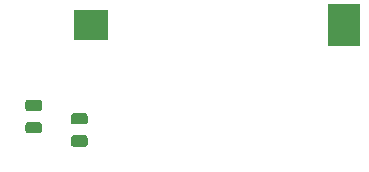
<source format=gbr>
G04 #@! TF.GenerationSoftware,KiCad,Pcbnew,5.99.0-unknown-r17001-43768b71*
G04 #@! TF.CreationDate,2019-11-05T19:13:07+01:00*
G04 #@! TF.ProjectId,ada-watch,6164612d-7761-4746-9368-2e6b69636164,rev?*
G04 #@! TF.SameCoordinates,Original*
G04 #@! TF.FileFunction,Paste,Bot*
G04 #@! TF.FilePolarity,Positive*
%FSLAX46Y46*%
G04 Gerber Fmt 4.6, Leading zero omitted, Abs format (unit mm)*
G04 Created by KiCad (PCBNEW 5.99.0-unknown-r17001-43768b71) date 2019-11-05 19:13:07*
%MOMM*%
%LPD*%
G04 APERTURE LIST*
%ADD10R,3.000000X2.600000*%
%ADD11R,2.800000X3.600000*%
G04 APERTURE END LIST*
D10*
X141001500Y-104140000D03*
D11*
X162401500Y-104140000D03*
G36*
X140567029Y-113483554D02*
G01*
X140646107Y-113536393D01*
X140698946Y-113615471D01*
X140717500Y-113708750D01*
X140717500Y-114196250D01*
X140698946Y-114289529D01*
X140646107Y-114368607D01*
X140567029Y-114421446D01*
X140473750Y-114440000D01*
X139561250Y-114440000D01*
X139467971Y-114421446D01*
X139388893Y-114368607D01*
X139336054Y-114289529D01*
X139317500Y-114196250D01*
X139317500Y-113708750D01*
X139336054Y-113615471D01*
X139388893Y-113536393D01*
X139467971Y-113483554D01*
X139561250Y-113465000D01*
X140473750Y-113465000D01*
X140567029Y-113483554D01*
G37*
G36*
X140567029Y-111608554D02*
G01*
X140646107Y-111661393D01*
X140698946Y-111740471D01*
X140717500Y-111833750D01*
X140717500Y-112321250D01*
X140698946Y-112414529D01*
X140646107Y-112493607D01*
X140567029Y-112546446D01*
X140473750Y-112565000D01*
X139561250Y-112565000D01*
X139467971Y-112546446D01*
X139388893Y-112493607D01*
X139336054Y-112414529D01*
X139317500Y-112321250D01*
X139317500Y-111833750D01*
X139336054Y-111740471D01*
X139388893Y-111661393D01*
X139467971Y-111608554D01*
X139561250Y-111590000D01*
X140473750Y-111590000D01*
X140567029Y-111608554D01*
G37*
G36*
X136693529Y-112355554D02*
G01*
X136772607Y-112408393D01*
X136825446Y-112487471D01*
X136844000Y-112580750D01*
X136844000Y-113068250D01*
X136825446Y-113161529D01*
X136772607Y-113240607D01*
X136693529Y-113293446D01*
X136600250Y-113312000D01*
X135687750Y-113312000D01*
X135594471Y-113293446D01*
X135515393Y-113240607D01*
X135462554Y-113161529D01*
X135444000Y-113068250D01*
X135444000Y-112580750D01*
X135462554Y-112487471D01*
X135515393Y-112408393D01*
X135594471Y-112355554D01*
X135687750Y-112337000D01*
X136600250Y-112337000D01*
X136693529Y-112355554D01*
G37*
G36*
X136693529Y-110480554D02*
G01*
X136772607Y-110533393D01*
X136825446Y-110612471D01*
X136844000Y-110705750D01*
X136844000Y-111193250D01*
X136825446Y-111286529D01*
X136772607Y-111365607D01*
X136693529Y-111418446D01*
X136600250Y-111437000D01*
X135687750Y-111437000D01*
X135594471Y-111418446D01*
X135515393Y-111365607D01*
X135462554Y-111286529D01*
X135444000Y-111193250D01*
X135444000Y-110705750D01*
X135462554Y-110612471D01*
X135515393Y-110533393D01*
X135594471Y-110480554D01*
X135687750Y-110462000D01*
X136600250Y-110462000D01*
X136693529Y-110480554D01*
G37*
M02*

</source>
